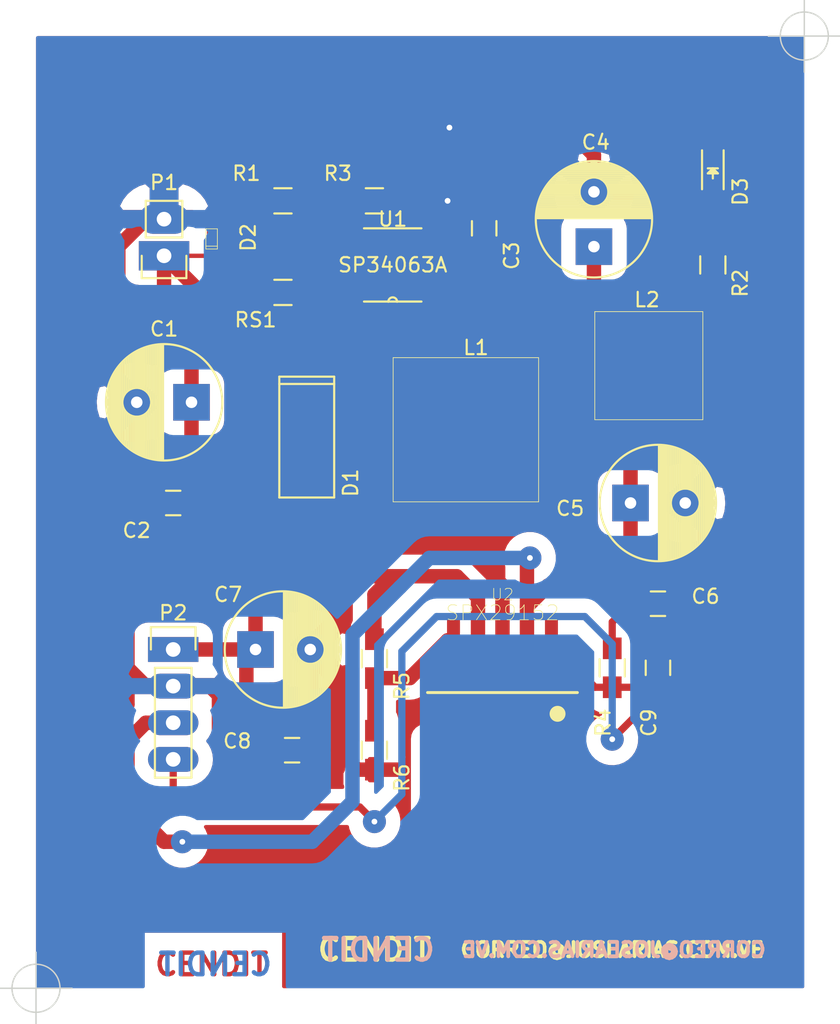
<source format=kicad_pcb>
(kicad_pcb (version 4) (host pcbnew 4.0.6-e0-6349~53~ubuntu14.04.1)
  (title_block (title "Etapa salida fuente conmutada + regulador LDO") (date 2017-12-05) (rev "Rev 1.0") (company CENDIT) (comment 1 correo@josearias.com.ve) (comment 2 "Jose Arias"))
  (layers (0 F.Cu signal) (31 B.Cu signal) (34 B.Paste user) (35 F.Paste user) (36 B.SilkS user) (37 F.SilkS user) (38 B.Mask user) (39 F.Mask user) (44 Edge.Cuts user))
  (net 0 "")
  (net 1 GNDPWR)
  (net 2 /ENABLE)
  (net 3 "Net-(RS1-Pad1)")
  (net 4 "Net-(D1-Pad1)")
  (net 5 "Net-(C3-Pad1)")
  (net 6 "Net-(C4-Pad1)")
  (net 7 "Net-(D3-Pad2)")
  (net 8 "Net-(R1-Pad2)")
  (net 9 "Net-(R5-Pad1)")
  (net 10 VIN)
  (net 11 VREG)
  (net 12 VOUT)
  (module Pin_Headers:Pin_Header_Straight_1x02 (layer F.Cu) (at 123.19 81.28 180)
    (fp_text reference P1 (at 0 5.08 180) (layer F.SilkS))
    (fp_text value PWR_IN_2P)
    (fp_line (start 1.27 1.27) (end 1.27 3.81) (layer F.SilkS) (width 0.15))
    (fp_line (start 1.55 -1.55) (end 1.55 0) (layer F.SilkS) (width 0.15))
    (fp_line (start 1.27 1.27) (end -1.27 1.27) (layer F.SilkS) (width 0.15))
    (fp_line (start -1.55 0) (end -1.55 -1.55) (layer F.SilkS) (width 0.15))
    (fp_line (start -1.55 -1.55) (end 1.55 -1.55) (layer F.SilkS) (width 0.15))
    (fp_line (start -1.27 1.27) (end -1.27 3.81) (layer F.SilkS) (width 0.15))
    (fp_line (start -1.27 3.81) (end 1.27 3.81) (layer F.SilkS) (width 0.15))
    (pad 1 thru_hole rect (at 0 0 180) (size 3.5 2.032) (drill 1.016) (layers *.Cu *.Mask) (net 10 VIN))
    (pad 2 thru_hole oval (at 0 2.54 180) (size 3.5 2.032) (drill 1.016) (layers *.Cu *.Mask) (net 1 GNDPWR))
  )
  (module Pin_Headers:Pin_Header_Straight_1x04 (layer F.Cu) (at 123.825 108.585)
    (fp_text reference P2 (at 0 -2.54) (layer F.SilkS))
    (fp_text value PWR_OUT_4P)
    (fp_line (start -1.27 1.27) (end -1.27 8.89) (layer F.SilkS) (width 0.15))
    (fp_line (start 1.27 1.27) (end 1.27 8.89) (layer F.SilkS) (width 0.15))
    (fp_line (start 1.55 -1.55) (end 1.55 0) (layer F.SilkS) (width 0.15))
    (fp_line (start -1.27 8.89) (end 1.27 8.89) (layer F.SilkS) (width 0.15))
    (fp_line (start 1.27 1.27) (end -1.27 1.27) (layer F.SilkS) (width 0.15))
    (fp_line (start -1.55 0) (end -1.55 -1.55) (layer F.SilkS) (width 0.15))
    (fp_line (start -1.55 -1.55) (end 1.55 -1.55) (layer F.SilkS) (width 0.15))
    (pad 1 thru_hole rect (at 0 0) (size 3.5 1.7272) (drill 1.016) (layers *.Cu *.Mask) (net 12 VOUT))
    (pad 2 thru_hole oval (at 0 2.54) (size 3.5 1.7272) (drill 1.016) (layers *.Cu *.Mask) (net 1 GNDPWR))
    (pad 3 thru_hole oval (at 0 5.08) (size 3.5 1.7272) (drill 1.016) (layers *.Cu *.Mask) (net 11 VREG))
    (pad 4 thru_hole oval (at 0 7.62) (size 3.5 1.7272) (drill 1.016) (layers *.Cu *.Mask) (net 2 /ENABLE))
  )
  (module Resistors_SMD:R_0805_HandSoldering (layer F.Cu) (at 131.445 83.82 180)
    (fp_text reference RS1 (at 1.905 -1.905 180) (layer F.SilkS))
    (fp_text value 0.20)
    (fp_line (start 0.6 0.875) (end -0.6 0.875) (layer F.SilkS) (width 0.15))
    (fp_line (start -0.6 -0.875) (end 0.6 -0.875) (layer F.SilkS) (width 0.15))
    (pad 1 smd rect (at -1.35 0 180) (size 1.5 1.3) (layers F.Cu F.Paste F.Mask) (net 3 "Net-(RS1-Pad1)"))
    (pad 2 smd rect (at 1.35 0 180) (size 1.5 1.3) (layers F.Cu F.Paste F.Mask) (net 10 VIN))
  )
  (module CenditFootprints2:DST5100S-TO-277B (layer F.Cu) (at 131.445 97.79 90)
    (fp_text reference D1 (at 0.762 4.699 90) (layer F.SilkS))
    (fp_text value DST5100S)
    (fp_line (start 7.62 -0.254) (end 7.62 3.556) (layer F.SilkS) (width 0.15))
    (fp_line (start -0.254 -0.254) (end -0.254 3.556) (layer F.SilkS) (width 0.15))
    (fp_line (start -0.254 3.556) (end 8.128 3.556) (layer F.SilkS) (width 0.15))
    (fp_line (start 8.128 3.556) (end 8.128 -0.254) (layer F.SilkS) (width 0.15))
    (fp_line (start 8.128 -0.254) (end -0.254 -0.254) (layer F.SilkS) (width 0.15))
    (pad 2 connect rect (at 0.5 0.475 90) (size 1 0.95) (layers F.Cu F.Mask) (net 1 GNDPWR))
    (pad 2 connect rect (at 0.5 2.725 90) (size 1 0.95) (layers F.Cu F.Mask) (net 1 GNDPWR))
    (pad 1 connect rect (at 4.85 1.6 90) (size 4.9 3.2) (layers F.Cu F.Mask) (net 4 "Net-(D1-Pad1)"))
  )
  (module CenditFootprints2:C_Radial_D8_L13_P3.8 (layer F.Cu) (at 125.095 91.44 180)
    (fp_text reference C1 (at 1.905 5.08 180) (layer F.SilkS))
    (fp_text value 100uF@50V)
    (fp_line (start 1.975 -3.999) (end 1.975 3.999) (layer F.SilkS) (width 0.15))
    (fp_line (start 2.115 -3.994) (end 2.115 3.994) (layer F.SilkS) (width 0.15))
    (fp_line (start 2.255 -3.984) (end 2.255 3.984) (layer F.SilkS) (width 0.15))
    (fp_line (start 2.395 -3.969) (end 2.395 3.969) (layer F.SilkS) (width 0.15))
    (fp_line (start 2.535 -3.949) (end 2.535 3.949) (layer F.SilkS) (width 0.15))
    (fp_line (start 2.675 -3.924) (end 2.675 3.924) (layer F.SilkS) (width 0.15))
    (fp_line (start 2.815 -3.894) (end 2.815 -0.173) (layer F.SilkS) (width 0.15))
    (fp_line (start 2.815 0.173) (end 2.815 3.894) (layer F.SilkS) (width 0.15))
    (fp_line (start 2.955 -3.858) (end 2.955 -0.535) (layer F.SilkS) (width 0.15))
    (fp_line (start 2.955 0.535) (end 2.955 3.858) (layer F.SilkS) (width 0.15))
    (fp_line (start 3.095 -3.817) (end 3.095 -0.709) (layer F.SilkS) (width 0.15))
    (fp_line (start 3.095 0.709) (end 3.095 3.817) (layer F.SilkS) (width 0.15))
    (fp_line (start 3.235 -3.771) (end 3.235 -0.825) (layer F.SilkS) (width 0.15))
    (fp_line (start 3.235 0.825) (end 3.235 3.771) (layer F.SilkS) (width 0.15))
    (fp_line (start 3.375 -3.718) (end 3.375 -0.905) (layer F.SilkS) (width 0.15))
    (fp_line (start 3.375 0.905) (end 3.375 3.718) (layer F.SilkS) (width 0.15))
    (fp_line (start 3.515 -3.659) (end 3.515 -0.959) (layer F.SilkS) (width 0.15))
    (fp_line (start 3.515 0.959) (end 3.515 3.659) (layer F.SilkS) (width 0.15))
    (fp_line (start 3.655 -3.594) (end 3.655 -0.989) (layer F.SilkS) (width 0.15))
    (fp_line (start 3.655 0.989) (end 3.655 3.594) (layer F.SilkS) (width 0.15))
    (fp_line (start 3.795 -3.523) (end 3.795 -1) (layer F.SilkS) (width 0.15))
    (fp_line (start 3.795 1) (end 3.795 3.523) (layer F.SilkS) (width 0.15))
    (fp_line (start 3.935 -3.444) (end 3.935 -0.991) (layer F.SilkS) (width 0.15))
    (fp_line (start 3.935 0.991) (end 3.935 3.444) (layer F.SilkS) (width 0.15))
    (fp_line (start 4.075 -3.357) (end 4.075 -0.961) (layer F.SilkS) (width 0.15))
    (fp_line (start 4.075 0.961) (end 4.075 3.357) (layer F.SilkS) (width 0.15))
    (fp_line (start 4.215 -3.262) (end 4.215 -0.91) (layer F.SilkS) (width 0.15))
    (fp_line (start 4.215 0.91) (end 4.215 3.262) (layer F.SilkS) (width 0.15))
    (fp_line (start 4.355 -3.158) (end 4.355 -0.832) (layer F.SilkS) (width 0.15))
    (fp_line (start 4.355 0.832) (end 4.355 3.158) (layer F.SilkS) (width 0.15))
    (fp_line (start 4.495 -3.044) (end 4.495 -0.719) (layer F.SilkS) (width 0.15))
    (fp_line (start 4.495 0.719) (end 4.495 3.044) (layer F.SilkS) (width 0.15))
    (fp_line (start 4.635 -2.919) (end 4.635 -0.55) (layer F.SilkS) (width 0.15))
    (fp_line (start 4.635 0.55) (end 4.635 2.919) (layer F.SilkS) (width 0.15))
    (fp_line (start 4.775 -2.781) (end 4.775 -0.222) (layer F.SilkS) (width 0.15))
    (fp_line (start 4.775 0.222) (end 4.775 2.781) (layer F.SilkS) (width 0.15))
    (fp_line (start 4.915 -2.629) (end 4.915 2.629) (layer F.SilkS) (width 0.15))
    (fp_line (start 5.055 -2.459) (end 5.055 2.459) (layer F.SilkS) (width 0.15))
    (fp_line (start 5.195 -2.268) (end 5.195 2.268) (layer F.SilkS) (width 0.15))
    (fp_line (start 5.335 -2.05) (end 5.335 2.05) (layer F.SilkS) (width 0.15))
    (fp_line (start 5.475 -1.794) (end 5.475 1.794) (layer F.SilkS) (width 0.15))
    (fp_line (start 5.615 -1.483) (end 5.615 1.483) (layer F.SilkS) (width 0.15))
    (fp_line (start 5.755 -1.067) (end 5.755 1.067) (layer F.SilkS) (width 0.15))
    (fp_line (start 5.895 -0.2) (end 5.895 0.2) (layer F.SilkS) (width 0.15))
    (fp_circle (center 3.8 0) (end 3.8 -1) (layer F.SilkS) (width 0.15))
    (fp_circle (center 1.9 0) (end 1.9 -4.0375) (layer F.SilkS) (width 0.15))
    (pad 1 thru_hole rect (at 0 0 180) (size 2.54 2.54) (drill 0.8) (layers *.Cu *.Mask) (net 10 VIN))
    (pad 2 thru_hole circle (at 3.8 0 180) (size 2.54 2.54) (drill 0.8) (layers *.Cu *.Mask) (net 1 GNDPWR))
  )
  (module Capacitors_SMD:C_0805_HandSoldering (layer F.Cu) (at 123.825 98.425 180)
    (fp_text reference C2 (at 2.54 -1.905 180) (layer F.SilkS))
    (fp_text value 100nF)
    (fp_line (start 0.5 -0.85) (end -0.5 -0.85) (layer F.SilkS) (width 0.15))
    (fp_line (start -0.5 0.85) (end 0.5 0.85) (layer F.SilkS) (width 0.15))
    (pad 1 smd rect (at -1.25 0 180) (size 1.5 1.25) (layers F.Cu F.Paste F.Mask) (net 10 VIN))
    (pad 2 smd rect (at 1.25 0 180) (size 1.5 1.25) (layers F.Cu F.Paste F.Mask) (net 1 GNDPWR))
  )
  (module Capacitors_SMD:C_0805_HandSoldering (layer F.Cu) (at 145.415 79.375 90)
    (fp_text reference C3 (at -1.905 1.905 90) (layer F.SilkS))
    (fp_text value 0.3nF)
    (fp_line (start 0.5 -0.85) (end -0.5 -0.85) (layer F.SilkS) (width 0.15))
    (fp_line (start -0.5 0.85) (end 0.5 0.85) (layer F.SilkS) (width 0.15))
    (pad 1 smd rect (at -1.25 0 90) (size 1.5 1.25) (layers F.Cu F.Paste F.Mask) (net 5 "Net-(C3-Pad1)"))
    (pad 2 smd rect (at 1.25 0 90) (size 1.5 1.25) (layers F.Cu F.Paste F.Mask) (net 1 GNDPWR))
  )
  (module CenditFootprints2:C_Radial_D8_L13_P3.8 (layer F.Cu) (at 153.035 80.645 90)
    (fp_text reference C4 (at 7.239 0.127 180) (layer F.SilkS))
    (fp_text value 470uF@10V)
    (fp_line (start 1.975 -3.999) (end 1.975 3.999) (layer F.SilkS) (width 0.15))
    (fp_line (start 2.115 -3.994) (end 2.115 3.994) (layer F.SilkS) (width 0.15))
    (fp_line (start 2.255 -3.984) (end 2.255 3.984) (layer F.SilkS) (width 0.15))
    (fp_line (start 2.395 -3.969) (end 2.395 3.969) (layer F.SilkS) (width 0.15))
    (fp_line (start 2.535 -3.949) (end 2.535 3.949) (layer F.SilkS) (width 0.15))
    (fp_line (start 2.675 -3.924) (end 2.675 3.924) (layer F.SilkS) (width 0.15))
    (fp_line (start 2.815 -3.894) (end 2.815 -0.173) (layer F.SilkS) (width 0.15))
    (fp_line (start 2.815 0.173) (end 2.815 3.894) (layer F.SilkS) (width 0.15))
    (fp_line (start 2.955 -3.858) (end 2.955 -0.535) (layer F.SilkS) (width 0.15))
    (fp_line (start 2.955 0.535) (end 2.955 3.858) (layer F.SilkS) (width 0.15))
    (fp_line (start 3.095 -3.817) (end 3.095 -0.709) (layer F.SilkS) (width 0.15))
    (fp_line (start 3.095 0.709) (end 3.095 3.817) (layer F.SilkS) (width 0.15))
    (fp_line (start 3.235 -3.771) (end 3.235 -0.825) (layer F.SilkS) (width 0.15))
    (fp_line (start 3.235 0.825) (end 3.235 3.771) (layer F.SilkS) (width 0.15))
    (fp_line (start 3.375 -3.718) (end 3.375 -0.905) (layer F.SilkS) (width 0.15))
    (fp_line (start 3.375 0.905) (end 3.375 3.718) (layer F.SilkS) (width 0.15))
    (fp_line (start 3.515 -3.659) (end 3.515 -0.959) (layer F.SilkS) (width 0.15))
    (fp_line (start 3.515 0.959) (end 3.515 3.659) (layer F.SilkS) (width 0.15))
    (fp_line (start 3.655 -3.594) (end 3.655 -0.989) (layer F.SilkS) (width 0.15))
    (fp_line (start 3.655 0.989) (end 3.655 3.594) (layer F.SilkS) (width 0.15))
    (fp_line (start 3.795 -3.523) (end 3.795 -1) (layer F.SilkS) (width 0.15))
    (fp_line (start 3.795 1) (end 3.795 3.523) (layer F.SilkS) (width 0.15))
    (fp_line (start 3.935 -3.444) (end 3.935 -0.991) (layer F.SilkS) (width 0.15))
    (fp_line (start 3.935 0.991) (end 3.935 3.444) (layer F.SilkS) (width 0.15))
    (fp_line (start 4.075 -3.357) (end 4.075 -0.961) (layer F.SilkS) (width 0.15))
    (fp_line (start 4.075 0.961) (end 4.075 3.357) (layer F.SilkS) (width 0.15))
    (fp_line (start 4.215 -3.262) (end 4.215 -0.91) (layer F.SilkS) (width 0.15))
    (fp_line (start 4.215 0.91) (end 4.215 3.262) (layer F.SilkS) (width 0.15))
    (fp_line (start 4.355 -3.158) (end 4.355 -0.832) (layer F.SilkS) (width 0.15))
    (fp_line (start 4.355 0.832) (end 4.355 3.158) (layer F.SilkS) (width 0.15))
    (fp_line (start 4.495 -3.044) (end 4.495 -0.719) (layer F.SilkS) (width 0.15))
    (fp_line (start 4.495 0.719) (end 4.495 3.044) (layer F.SilkS) (width 0.15))
    (fp_line (start 4.635 -2.919) (end 4.635 -0.55) (layer F.SilkS) (width 0.15))
    (fp_line (start 4.635 0.55) (end 4.635 2.919) (layer F.SilkS) (width 0.15))
    (fp_line (start 4.775 -2.781) (end 4.775 -0.222) (layer F.SilkS) (width 0.15))
    (fp_line (start 4.775 0.222) (end 4.775 2.781) (layer F.SilkS) (width 0.15))
    (fp_line (start 4.915 -2.629) (end 4.915 2.629) (layer F.SilkS) (width 0.15))
    (fp_line (start 5.055 -2.459) (end 5.055 2.459) (layer F.SilkS) (width 0.15))
    (fp_line (start 5.195 -2.268) (end 5.195 2.268) (layer F.SilkS) (width 0.15))
    (fp_line (start 5.335 -2.05) (end 5.335 2.05) (layer F.SilkS) (width 0.15))
    (fp_line (start 5.475 -1.794) (end 5.475 1.794) (layer F.SilkS) (width 0.15))
    (fp_line (start 5.615 -1.483) (end 5.615 1.483) (layer F.SilkS) (width 0.15))
    (fp_line (start 5.755 -1.067) (end 5.755 1.067) (layer F.SilkS) (width 0.15))
    (fp_line (start 5.895 -0.2) (end 5.895 0.2) (layer F.SilkS) (width 0.15))
    (fp_circle (center 3.8 0) (end 3.8 -1) (layer F.SilkS) (width 0.15))
    (fp_circle (center 1.9 0) (end 1.9 -4.0375) (layer F.SilkS) (width 0.15))
    (pad 1 thru_hole rect (at 0 0 90) (size 2.54 2.54) (drill 0.8) (layers *.Cu *.Mask) (net 6 "Net-(C4-Pad1)"))
    (pad 2 thru_hole circle (at 3.8 0 90) (size 2.54 2.54) (drill 0.8) (layers *.Cu *.Mask) (net 1 GNDPWR))
  )
  (module CenditFootprints2:C_Radial_D8_L13_P3.8 (layer F.Cu) (at 155.575 98.425)
    (fp_text reference C5 (at -4.191 0.381) (layer F.SilkS))
    (fp_text value 100uF@10V)
    (fp_line (start 1.975 -3.999) (end 1.975 3.999) (layer F.SilkS) (width 0.15))
    (fp_line (start 2.115 -3.994) (end 2.115 3.994) (layer F.SilkS) (width 0.15))
    (fp_line (start 2.255 -3.984) (end 2.255 3.984) (layer F.SilkS) (width 0.15))
    (fp_line (start 2.395 -3.969) (end 2.395 3.969) (layer F.SilkS) (width 0.15))
    (fp_line (start 2.535 -3.949) (end 2.535 3.949) (layer F.SilkS) (width 0.15))
    (fp_line (start 2.675 -3.924) (end 2.675 3.924) (layer F.SilkS) (width 0.15))
    (fp_line (start 2.815 -3.894) (end 2.815 -0.173) (layer F.SilkS) (width 0.15))
    (fp_line (start 2.815 0.173) (end 2.815 3.894) (layer F.SilkS) (width 0.15))
    (fp_line (start 2.955 -3.858) (end 2.955 -0.535) (layer F.SilkS) (width 0.15))
    (fp_line (start 2.955 0.535) (end 2.955 3.858) (layer F.SilkS) (width 0.15))
    (fp_line (start 3.095 -3.817) (end 3.095 -0.709) (layer F.SilkS) (width 0.15))
    (fp_line (start 3.095 0.709) (end 3.095 3.817) (layer F.SilkS) (width 0.15))
    (fp_line (start 3.235 -3.771) (end 3.235 -0.825) (layer F.SilkS) (width 0.15))
    (fp_line (start 3.235 0.825) (end 3.235 3.771) (layer F.SilkS) (width 0.15))
    (fp_line (start 3.375 -3.718) (end 3.375 -0.905) (layer F.SilkS) (width 0.15))
    (fp_line (start 3.375 0.905) (end 3.375 3.718) (layer F.SilkS) (width 0.15))
    (fp_line (start 3.515 -3.659) (end 3.515 -0.959) (layer F.SilkS) (width 0.15))
    (fp_line (start 3.515 0.959) (end 3.515 3.659) (layer F.SilkS) (width 0.15))
    (fp_line (start 3.655 -3.594) (end 3.655 -0.989) (layer F.SilkS) (width 0.15))
    (fp_line (start 3.655 0.989) (end 3.655 3.594) (layer F.SilkS) (width 0.15))
    (fp_line (start 3.795 -3.523) (end 3.795 -1) (layer F.SilkS) (width 0.15))
    (fp_line (start 3.795 1) (end 3.795 3.523) (layer F.SilkS) (width 0.15))
    (fp_line (start 3.935 -3.444) (end 3.935 -0.991) (layer F.SilkS) (width 0.15))
    (fp_line (start 3.935 0.991) (end 3.935 3.444) (layer F.SilkS) (width 0.15))
    (fp_line (start 4.075 -3.357) (end 4.075 -0.961) (layer F.SilkS) (width 0.15))
    (fp_line (start 4.075 0.961) (end 4.075 3.357) (layer F.SilkS) (width 0.15))
    (fp_line (start 4.215 -3.262) (end 4.215 -0.91) (layer F.SilkS) (width 0.15))
    (fp_line (start 4.215 0.91) (end 4.215 3.262) (layer F.SilkS) (width 0.15))
    (fp_line (start 4.355 -3.158) (end 4.355 -0.832) (layer F.SilkS) (width 0.15))
    (fp_line (start 4.355 0.832) (end 4.355 3.158) (layer F.SilkS) (width 0.15))
    (fp_line (start 4.495 -3.044) (end 4.495 -0.719) (layer F.SilkS) (width 0.15))
    (fp_line (start 4.495 0.719) (end 4.495 3.044) (layer F.SilkS) (width 0.15))
    (fp_line (start 4.635 -2.919) (end 4.635 -0.55) (layer F.SilkS) (width 0.15))
    (fp_line (start 4.635 0.55) (end 4.635 2.919) (layer F.SilkS) (width 0.15))
    (fp_line (start 4.775 -2.781) (end 4.775 -0.222) (layer F.SilkS) (width 0.15))
    (fp_line (start 4.775 0.222) (end 4.775 2.781) (layer F.SilkS) (width 0.15))
    (fp_line (start 4.915 -2.629) (end 4.915 2.629) (layer F.SilkS) (width 0.15))
    (fp_line (start 5.055 -2.459) (end 5.055 2.459) (layer F.SilkS) (width 0.15))
    (fp_line (start 5.195 -2.268) (end 5.195 2.268) (layer F.SilkS) (width 0.15))
    (fp_line (start 5.335 -2.05) (end 5.335 2.05) (layer F.SilkS) (width 0.15))
    (fp_line (start 5.475 -1.794) (end 5.475 1.794) (layer F.SilkS) (width 0.15))
    (fp_line (start 5.615 -1.483) (end 5.615 1.483) (layer F.SilkS) (width 0.15))
    (fp_line (start 5.755 -1.067) (end 5.755 1.067) (layer F.SilkS) (width 0.15))
    (fp_line (start 5.895 -0.2) (end 5.895 0.2) (layer F.SilkS) (width 0.15))
    (fp_circle (center 3.8 0) (end 3.8 -1) (layer F.SilkS) (width 0.15))
    (fp_circle (center 1.9 0) (end 1.9 -4.0375) (layer F.SilkS) (width 0.15))
    (pad 1 thru_hole rect (at 0 0) (size 2.54 2.54) (drill 0.8) (layers *.Cu *.Mask) (net 11 VREG))
    (pad 2 thru_hole circle (at 3.8 0) (size 2.54 2.54) (drill 0.8) (layers *.Cu *.Mask) (net 1 GNDPWR))
  )
  (module Capacitors_SMD:C_0805_HandSoldering (layer F.Cu) (at 157.48 105.41)
    (fp_text reference C6 (at 3.302 -0.508 180) (layer F.SilkS))
    (fp_text value 100nF)
    (fp_line (start 0.5 -0.85) (end -0.5 -0.85) (layer F.SilkS) (width 0.15))
    (fp_line (start -0.5 0.85) (end 0.5 0.85) (layer F.SilkS) (width 0.15))
    (pad 1 smd rect (at -1.25 0) (size 1.5 1.25) (layers F.Cu F.Paste F.Mask) (net 11 VREG))
    (pad 2 smd rect (at 1.25 0) (size 1.5 1.25) (layers F.Cu F.Paste F.Mask) (net 1 GNDPWR))
  )
  (module CenditFootprints2:C_Radial_D8_L13_P3.8 (layer F.Cu) (at 129.54 108.585)
    (fp_text reference C7 (at -1.905 -3.81) (layer F.SilkS))
    (fp_text value 100uF@10V)
    (fp_line (start 1.975 -3.999) (end 1.975 3.999) (layer F.SilkS) (width 0.15))
    (fp_line (start 2.115 -3.994) (end 2.115 3.994) (layer F.SilkS) (width 0.15))
    (fp_line (start 2.255 -3.984) (end 2.255 3.984) (layer F.SilkS) (width 0.15))
    (fp_line (start 2.395 -3.969) (end 2.395 3.969) (layer F.SilkS) (width 0.15))
    (fp_line (start 2.535 -3.949) (end 2.535 3.949) (layer F.SilkS) (width 0.15))
    (fp_line (start 2.675 -3.924) (end 2.675 3.924) (layer F.SilkS) (width 0.15))
    (fp_line (start 2.815 -3.894) (end 2.815 -0.173) (layer F.SilkS) (width 0.15))
    (fp_line (start 2.815 0.173) (end 2.815 3.894) (layer F.SilkS) (width 0.15))
    (fp_line (start 2.955 -3.858) (end 2.955 -0.535) (layer F.SilkS) (width 0.15))
    (fp_line (start 2.955 0.535) (end 2.955 3.858) (layer F.SilkS) (width 0.15))
    (fp_line (start 3.095 -3.817) (end 3.095 -0.709) (layer F.SilkS) (width 0.15))
    (fp_line (start 3.095 0.709) (end 3.095 3.817) (layer F.SilkS) (width 0.15))
    (fp_line (start 3.235 -3.771) (end 3.235 -0.825) (layer F.SilkS) (width 0.15))
    (fp_line (start 3.235 0.825) (end 3.235 3.771) (layer F.SilkS) (width 0.15))
    (fp_line (start 3.375 -3.718) (end 3.375 -0.905) (layer F.SilkS) (width 0.15))
    (fp_line (start 3.375 0.905) (end 3.375 3.718) (layer F.SilkS) (width 0.15))
    (fp_line (start 3.515 -3.659) (end 3.515 -0.959) (layer F.SilkS) (width 0.15))
    (fp_line (start 3.515 0.959) (end 3.515 3.659) (layer F.SilkS) (width 0.15))
    (fp_line (start 3.655 -3.594) (end 3.655 -0.989) (layer F.SilkS) (width 0.15))
    (fp_line (start 3.655 0.989) (end 3.655 3.594) (layer F.SilkS) (width 0.15))
    (fp_line (start 3.795 -3.523) (end 3.795 -1) (layer F.SilkS) (width 0.15))
    (fp_line (start 3.795 1) (end 3.795 3.523) (layer F.SilkS) (width 0.15))
    (fp_line (start 3.935 -3.444) (end 3.935 -0.991) (layer F.SilkS) (width 0.15))
    (fp_line (start 3.935 0.991) (end 3.935 3.444) (layer F.SilkS) (width 0.15))
    (fp_line (start 4.075 -3.357) (end 4.075 -0.961) (layer F.SilkS) (width 0.15))
    (fp_line (start 4.075 0.961) (end 4.075 3.357) (layer F.SilkS) (width 0.15))
    (fp_line (start 4.215 -3.262) (end 4.215 -0.91) (layer F.SilkS) (width 0.15))
    (fp_line (start 4.215 0.91) (end 4.215 3.262) (layer F.SilkS) (width 0.15))
    (fp_line (start 4.355 -3.158) (end 4.355 -0.832) (layer F.SilkS) (width 0.15))
    (fp_line (start 4.355 0.832) (end 4.355 3.158) (layer F.SilkS) (width 0.15))
    (fp_line (start 4.495 -3.044) (end 4.495 -0.719) (layer F.SilkS) (width 0.15))
    (fp_line (start 4.495 0.719) (end 4.495 3.044) (layer F.SilkS) (width 0.15))
    (fp_line (start 4.635 -2.919) (end 4.635 -0.55) (layer F.SilkS) (width 0.15))
    (fp_line (start 4.635 0.55) (end 4.635 2.919) (layer F.SilkS) (width 0.15))
    (fp_line (start 4.775 -2.781) (end 4.775 -0.222) (layer F.SilkS) (width 0.15))
    (fp_line (start 4.775 0.222) (end 4.775 2.781) (layer F.SilkS) (width 0.15))
    (fp_line (start 4.915 -2.629) (end 4.915 2.629) (layer F.SilkS) (width 0.15))
    (fp_line (start 5.055 -2.459) (end 5.055 2.459) (layer F.SilkS) (width 0.15))
    (fp_line (start 5.195 -2.268) (end 5.195 2.268) (layer F.SilkS) (width 0.15))
    (fp_line (start 5.335 -2.05) (end 5.335 2.05) (layer F.SilkS) (width 0.15))
    (fp_line (start 5.475 -1.794) (end 5.475 1.794) (layer F.SilkS) (width 0.15))
    (fp_line (start 5.615 -1.483) (end 5.615 1.483) (layer F.SilkS) (width 0.15))
    (fp_line (start 5.755 -1.067) (end 5.755 1.067) (layer F.SilkS) (width 0.15))
    (fp_line (start 5.895 -0.2) (end 5.895 0.2) (layer F.SilkS) (width 0.15))
    (fp_circle (center 3.8 0) (end 3.8 -1) (layer F.SilkS) (width 0.15))
    (fp_circle (center 1.9 0) (end 1.9 -4.0375) (layer F.SilkS) (width 0.15))
    (pad 1 thru_hole rect (at 0 0) (size 2.54 2.54) (drill 0.8) (layers *.Cu *.Mask) (net 12 VOUT))
    (pad 2 thru_hole circle (at 3.8 0) (size 2.54 2.54) (drill 0.8) (layers *.Cu *.Mask) (net 1 GNDPWR))
  )
  (module Capacitors_SMD:C_0805_HandSoldering (layer F.Cu) (at 132.08 115.57)
    (fp_text reference C8 (at -3.81 -0.635) (layer F.SilkS))
    (fp_text value 100nF)
    (fp_line (start 0.5 -0.85) (end -0.5 -0.85) (layer F.SilkS) (width 0.15))
    (fp_line (start -0.5 0.85) (end 0.5 0.85) (layer F.SilkS) (width 0.15))
    (pad 1 smd rect (at -1.25 0) (size 1.5 1.25) (layers F.Cu F.Paste F.Mask) (net 12 VOUT))
    (pad 2 smd rect (at 1.25 0) (size 1.5 1.25) (layers F.Cu F.Paste F.Mask) (net 1 GNDPWR))
  )
  (module Capacitors_SMD:C_0805_HandSoldering (layer F.Cu) (at 157.48 109.855 90)
    (fp_text reference C9 (at -3.81 -0.635 90) (layer F.SilkS))
    (fp_text value 1uF)
    (fp_line (start 0.5 -0.85) (end -0.5 -0.85) (layer F.SilkS) (width 0.15))
    (fp_line (start -0.5 0.85) (end 0.5 0.85) (layer F.SilkS) (width 0.15))
    (pad 1 smd rect (at -1.25 0 90) (size 1.5 1.25) (layers F.Cu F.Paste F.Mask) (net 2 /ENABLE))
    (pad 2 smd rect (at 1.25 0 90) (size 1.5 1.25) (layers F.Cu F.Paste F.Mask) (net 1 GNDPWR))
  )
  (module CenditFootprints2:SPHV24-SOD882 (layer F.Cu) (at 126.492 80.01 270)
    (fp_text reference D2 (at 0 -2.54 270) (layer F.SilkS))
    (fp_text value SPHV24-01ETG)
    (fp_line (start 0.6 -0.4) (end 0.6 0.4) (layer F.SilkS) (width 0.05))
    (fp_line (start 0.6 0.4) (end 0.8 0.4) (layer F.SilkS) (width 0.05))
    (fp_line (start 0.8 0.4) (end 0.8 -0.4) (layer F.SilkS) (width 0.05))
    (fp_line (start 0.8 -0.4) (end -0.6 -0.4) (layer F.SilkS) (width 0.05))
    (fp_line (start -0.6 -0.4) (end -0.6 0.4) (layer F.SilkS) (width 0.05))
    (fp_line (start -0.6 0.4) (end 0.6 0.4) (layer F.SilkS) (width 0.05))
    (pad 1 smd rect (at 0.325 0 270) (size 0.325 0.65) (layers F.Cu F.Paste F.Mask) (net 10 VIN))
    (pad 2 smd rect (at -0.325 0 270) (size 0.325 0.65) (layers F.Cu F.Paste F.Mask) (net 1 GNDPWR))
  )
  (module LEDs:LED_0805 (layer F.Cu) (at 161.29 75.565 270)
    (fp_text reference D3 (at 1.27 -1.905 270) (layer F.SilkS))
    (fp_text value LED)
    (fp_line (start -1.6 0.75) (end 1.1 0.75) (layer F.SilkS) (width 0.15))
    (fp_line (start -1.6 -0.75) (end 1.1 -0.75) (layer F.SilkS) (width 0.15))
    (fp_line (start -0.1 0.15) (end -0.1 -0.1) (layer F.SilkS) (width 0.15))
    (fp_line (start -0.1 -0.1) (end -0.25 0.05) (layer F.SilkS) (width 0.15))
    (fp_line (start -0.35 -0.35) (end -0.35 0.35) (layer F.SilkS) (width 0.15))
    (fp_line (start 0 0) (end 0.35 0) (layer F.SilkS) (width 0.15))
    (fp_line (start -0.35 0) (end 0 -0.35) (layer F.SilkS) (width 0.15))
    (fp_line (start 0 -0.35) (end 0 0.35) (layer F.SilkS) (width 0.15))
    (fp_line (start 0 0.35) (end -0.35 0) (layer F.SilkS) (width 0.15))
    (pad 2 smd rect (at 1.04902 0 90) (size 1.19888 1.19888) (layers F.Cu F.Paste F.Mask) (net 7 "Net-(D3-Pad2)"))
    (pad 1 smd rect (at -1.04902 0 90) (size 1.19888 1.19888) (layers F.Cu F.Paste F.Mask) (net 1 GNDPWR))
  )
  (module Resistors_SMD:R_0805_HandSoldering (layer F.Cu) (at 131.445 77.47 180)
    (fp_text reference R1 (at 2.54 1.905 180) (layer F.SilkS))
    (fp_text value 2.0k)
    (fp_line (start 0.6 0.875) (end -0.6 0.875) (layer F.SilkS) (width 0.15))
    (fp_line (start -0.6 -0.875) (end 0.6 -0.875) (layer F.SilkS) (width 0.15))
    (pad 1 smd rect (at -1.35 0 180) (size 1.5 1.3) (layers F.Cu F.Paste F.Mask) (net 6 "Net-(C4-Pad1)"))
    (pad 2 smd rect (at 1.35 0 180) (size 1.5 1.3) (layers F.Cu F.Paste F.Mask) (net 8 "Net-(R1-Pad2)"))
  )
  (module Resistors_SMD:R_0805_HandSoldering (layer F.Cu) (at 161.29 81.915 90)
    (fp_text reference R2 (at -1.27 1.905 90) (layer F.SilkS))
    (fp_text value 330)
    (fp_line (start 0.6 0.875) (end -0.6 0.875) (layer F.SilkS) (width 0.15))
    (fp_line (start -0.6 -0.875) (end 0.6 -0.875) (layer F.SilkS) (width 0.15))
    (pad 1 smd rect (at -1.35 0 90) (size 1.5 1.3) (layers F.Cu F.Paste F.Mask) (net 11 VREG))
    (pad 2 smd rect (at 1.35 0 90) (size 1.5 1.3) (layers F.Cu F.Paste F.Mask) (net 7 "Net-(D3-Pad2)"))
  )
  (module Resistors_SMD:R_0805_HandSoldering (layer F.Cu) (at 137.795 77.47 180)
    (fp_text reference R3 (at 2.54 1.905 180) (layer F.SilkS))
    (fp_text value 1.0k)
    (fp_line (start 0.6 0.875) (end -0.6 0.875) (layer F.SilkS) (width 0.15))
    (fp_line (start -0.6 -0.875) (end 0.6 -0.875) (layer F.SilkS) (width 0.15))
    (pad 1 smd rect (at -1.35 0 180) (size 1.5 1.3) (layers F.Cu F.Paste F.Mask) (net 1 GNDPWR))
    (pad 2 smd rect (at 1.35 0 180) (size 1.5 1.3) (layers F.Cu F.Paste F.Mask) (net 8 "Net-(R1-Pad2)"))
  )
  (module Resistors_SMD:R_0805_HandSoldering (layer F.Cu) (at 154.305 109.855 90)
    (fp_text reference R4 (at -3.81 -0.635 90) (layer F.SilkS))
    (fp_text value 10k)
    (fp_line (start 0.6 0.875) (end -0.6 0.875) (layer F.SilkS) (width 0.15))
    (fp_line (start -0.6 -0.875) (end 0.6 -0.875) (layer F.SilkS) (width 0.15))
    (pad 1 smd rect (at -1.35 0 90) (size 1.5 1.3) (layers F.Cu F.Paste F.Mask) (net 2 /ENABLE))
    (pad 2 smd rect (at 1.35 0 90) (size 1.5 1.3) (layers F.Cu F.Paste F.Mask) (net 11 VREG))
  )
  (module Resistors_SMD:R_0805_HandSoldering (layer F.Cu) (at 137.795 109.22 90)
    (fp_text reference R5 (at -1.905 1.905 90) (layer F.SilkS))
    (fp_text value 4.3k)
    (fp_line (start 0.6 0.875) (end -0.6 0.875) (layer F.SilkS) (width 0.15))
    (fp_line (start -0.6 -0.875) (end 0.6 -0.875) (layer F.SilkS) (width 0.15))
    (pad 1 smd rect (at -1.35 0 90) (size 1.5 1.3) (layers F.Cu F.Paste F.Mask) (net 9 "Net-(R5-Pad1)"))
    (pad 2 smd rect (at 1.35 0 90) (size 1.5 1.3) (layers F.Cu F.Paste F.Mask) (net 12 VOUT))
  )
  (module Resistors_SMD:R_0805_HandSoldering (layer F.Cu) (at 137.795 115.57 90)
    (fp_text reference R6 (at -1.905 1.905 90) (layer F.SilkS))
    (fp_text value 3.0k)
    (fp_line (start 0.6 0.875) (end -0.6 0.875) (layer F.SilkS) (width 0.15))
    (fp_line (start -0.6 -0.875) (end 0.6 -0.875) (layer F.SilkS) (width 0.15))
    (pad 1 smd rect (at -1.35 0 90) (size 1.5 1.3) (layers F.Cu F.Paste F.Mask) (net 1 GNDPWR))
    (pad 2 smd rect (at 1.35 0 90) (size 1.5 1.3) (layers F.Cu F.Paste F.Mask) (net 9 "Net-(R5-Pad1)"))
  )
  (module CenditFootprints2:SP34063AEN-L&slash_TR (layer F.Cu) (at 139.065 81.915 180)
    (fp_text reference U1 (at 0 3.175 180) (layer F.SilkS))
    (fp_text value SP34063A (at 0 0 180) (layer F.SilkS))
    (fp_line (start -1.9939 2.54) (end 1.9939 2.54) (layer F.SilkS) (width 0.1524))
    (fp_line (start 1.9939 -2.54) (end -1.9939 -2.54) (layer F.SilkS) (width 0.1524))
    (fp_arc (start 0 -2.5527) (end 0.3048 -2.5527) (angle 180) (layer F.SilkS) (width 0.1524))
    (pad 1 smd rect (at -2.7051 -1.905 180) (size 1.4986 0.5588) (layers F.Cu) (net 3 "Net-(RS1-Pad1)"))
    (pad 2 smd rect (at -2.7051 -0.635 180) (size 1.4986 0.5588) (layers F.Cu) (net 4 "Net-(D1-Pad1)"))
    (pad 3 smd rect (at -2.7051 0.635 180) (size 1.4986 0.5588) (layers F.Cu) (net 5 "Net-(C3-Pad1)"))
    (pad 4 smd rect (at -2.7051 1.905 180) (size 1.4986 0.5588) (layers F.Cu) (net 1 GNDPWR))
    (pad 5 smd rect (at 2.7051 1.905 180) (size 1.4986 0.5588) (layers F.Cu) (net 8 "Net-(R1-Pad2)"))
    (pad 6 smd rect (at 2.7051 0.635 180) (size 1.4986 0.5588) (layers F.Cu) (net 10 VIN))
    (pad 7 smd rect (at 2.7051 -0.635 180) (size 1.4986 0.5588) (layers F.Cu) (net 3 "Net-(RS1-Pad1)"))
    (pad 8 smd rect (at 2.7051 -1.905 180) (size 1.4986 0.5588) (layers F.Cu) (net 3 "Net-(RS1-Pad1)"))
  )
  (module CenditFootprints2:INDUCTOR_LKS0745 (layer F.Cu) (at 156.845 88.9 180)
    (fp_text reference L2 (at 0.127 4.572 180) (layer F.SilkS))
    (fp_text value 1uH)
    (fp_line (start -3.75 -3.75) (end 3.75 -3.75) (layer F.SilkS) (width 0.05))
    (fp_line (start 3.75 -3.75) (end 3.75 3.75) (layer F.SilkS) (width 0.05))
    (fp_line (start -3.75 3.75) (end 3.75 3.75) (layer F.SilkS) (width 0.05))
    (fp_line (start -3.75 -3.75) (end -3.75 3.75) (layer F.SilkS) (width 0.05))
    (pad 1 smd rect (at 3.75 0 180) (size 2.54 2) (layers F.Cu F.Paste F.Mask) (net 6 "Net-(C4-Pad1)"))
    (pad 2 smd rect (at -3.75 0 180) (size 2.54 2) (layers F.Cu F.Paste F.Mask) (net 11 VREG))
  )
  (module CenditFootprints2:SPX29152T5-TO-263-5 (layer F.Cu) (at 146.685 107.95 180)
    (fp_text reference U2 (at 0 3.175 180) (layer F.SilkS) (effects (font (size 0.8 0.8) (thickness 0.05))))
    (fp_text value SPX29152 (at 0 1.905 180) (layer F.SilkS) (effects (font (size 1.03519 1.03519) (thickness 0.05))))
    (fp_line (start 5.20061 -3.62107) (end -5.19939 -3.62107) (layer F.SilkS) (width 0.2032))
    (fp_circle (center -3.82439 -5.09607) (end -3.27219 -5.09607) (layer F.SilkS) (width 0))
    (pad 1 smd rect (at -3.4 0 180) (size 0.9 3.3) (layers F.Cu F.Paste F.Mask) (net 2 /ENABLE))
    (pad TAB smd rect (at 0 -11.616 180) (size 10.7 9.6) (layers F.Cu F.Paste F.Mask))
    (pad 2 smd rect (at -1.7 0 180) (size 0.9 3.3) (layers F.Cu F.Paste F.Mask) (net 11 VREG))
    (pad 3 smd rect (at 0 0 180) (size 0.9 3.3) (layers F.Cu F.Paste F.Mask) (net 1 GNDPWR))
    (pad 4 smd rect (at 1.7 0 180) (size 0.9 3.3) (layers F.Cu F.Paste F.Mask) (net 12 VOUT))
    (pad 5 smd rect (at 3.4 0 180) (size 0.9 3.3) (layers F.Cu F.Paste F.Mask) (net 9 "Net-(R5-Pad1)"))
    (pad 6 smd rect (at 0.1 -8.3 180) (size 5 3) (layers F.Cu F.Paste F.Mask))
  )
  (module CenditFootprints2:INDUCTOR_LCM1060 (layer F.Cu) (at 144.145 93.345)
    (fp_text reference L1 (at 0.7 -5.7) (layer F.SilkS))
    (fp_text value 220uH)
    (fp_line (start -5.05 -5) (end 5.05 -5) (layer F.SilkS) (width 0.05))
    (fp_line (start 5.05 -5) (end 5.05 5) (layer F.SilkS) (width 0.05))
    (fp_line (start -5.05 5) (end 5.05 5) (layer F.SilkS) (width 0.05))
    (fp_line (start -5.05 5) (end -5.05 -5) (layer F.SilkS) (width 0.05))
    (pad 1 smd rect (at -5.05 0) (size 4 3.33) (layers F.Cu F.Paste F.Mask) (net 4 "Net-(D1-Pad1)"))
    (pad 2 smd rect (at 5.05 0) (size 4 3.33) (layers F.Cu F.Paste F.Mask) (net 6 "Net-(C4-Pad1)"))
  )
  (gr_text CENDIT (at 126.746 130.429) (layer B.Cu) (effects (font (size 1.5 1.5) (thickness 0.3)) (justify mirror)))
  (gr_text CORREO@JOSEARIAS.COM.VE (at 154.432 129.413) (layer B.SilkS) (effects (font (size 1 1) (thickness 0.25)) (justify mirror)))
  (gr_text CORREO@JOSEARIAS.COM.VE (at 154.305 129.413) (layer F.SilkS) (effects (font (size 1 1) (thickness 0.25))))
  (gr_text CENDIT (at 138.049 129.413) (layer B.SilkS) (effects (font (size 1.5 1.5) (thickness 0.3)) (justify mirror)))
  (gr_text CENDIT (at 137.795 129.413) (layer F.SilkS) (effects (font (size 1.5 1.5) (thickness 0.3))))
  (gr_text CENDIT (at 126.492 130.429) (layer F.Cu) (effects (font (size 1.5 1.5) (thickness 0.3))))
  (target plus (at 167.64 66.04) (size 5) (width 0.1) (layer Edge.Cuts))
  (target plus (at 114.3 132.08) (size 5) (width 0.1) (layer Edge.Cuts))
  (segment (start 160.02 125.73) (end 123.825 125.73) (width 1) (layer F.Cu) (net 1))
  (segment (start 120.65 112.395) (end 120.65 109.855) (width 1) (layer F.Cu) (net 1))
  (segment (start 118.745 120.65) (end 123.825 125.73) (width 1) (layer F.Cu) (net 1))
  (segment (start 118.745 114.3) (end 118.745 120.65) (width 1) (layer F.Cu) (net 1))
  (segment (start 120.65 112.395) (end 118.745 114.3) (width 1) (layer F.Cu) (net 1))
  (segment (start 126.492 79.685) (end 126.492 78.994) (width 0.3) (layer F.Cu) (net 1))
  (segment (start 126.238 78.74) (end 123.19 78.74) (width 0.3) (layer F.Cu) (net 1))
  (segment (start 126.492 78.994) (end 126.238 78.74) (width 0.3) (layer F.Cu) (net 1))
  (segment (start 145.415 78.125) (end 146.197 78.125) (width 0.5) (layer F.Cu) (net 1))
  (segment (start 140.081 100.965) (end 139.192 100.965) (width 1) (layer F.Cu) (net 1))
  (segment (start 149.352 87.884) (end 149.352 85.09) (width 1) (layer F.Cu) (net 1))
  (segment (start 147.574 89.662) (end 149.352 87.884) (width 1) (layer F.Cu) (net 1))
  (segment (start 146.558 89.662) (end 147.574 89.662) (width 1) (layer F.Cu) (net 1))
  (segment (start 144.018 92.202) (end 146.558 89.662) (width 1) (layer F.Cu) (net 1))
  (segment (start 144.018 97.028) (end 144.018 92.202) (width 1) (layer F.Cu) (net 1))
  (segment (start 140.081 100.965) (end 144.018 97.028) (width 1) (layer F.Cu) (net 1))
  (segment (start 149.352 84.582) (end 149.352 85.09) (width 0.5) (layer F.Cu) (net 1))
  (segment (start 147.32 82.55) (end 149.352 84.582) (width 0.5) (layer F.Cu) (net 1))
  (segment (start 147.32 79.248) (end 147.32 82.55) (width 0.5) (layer F.Cu) (net 1))
  (segment (start 146.197 78.125) (end 147.32 79.248) (width 0.5) (layer F.Cu) (net 1))
  (segment (start 161.29 74.51598) (end 155.36402 74.51598) (width 0.5) (layer F.Cu) (net 1))
  (segment (start 155.36402 74.51598) (end 153.035 76.845) (width 0.5) (layer F.Cu) (net 1))
  (via (at 143.002 72.39) (size 1.6) (drill 0.4) (layers F.Cu B.Cu) (net 1))
  (via (at 142.875 77.47) (size 1.6) (drill 0.4) (layers F.Cu B.Cu) (net 1))
  (segment (start 142.875 77.47) (end 142.875 72.517) (width 1) (layer B.Cu) (net 1))
  (segment (start 142.875 72.517) (end 143.002 72.39) (width 0.5) (layer B.Cu) (net 1))
  (segment (start 123.19 78.74) (end 123.19 75.565) (width 1) (layer F.Cu) (net 1))
  (segment (start 126.365 72.39) (end 143.002 72.39) (width 1) (layer F.Cu) (net 1))
  (segment (start 123.19 75.565) (end 126.365 72.39) (width 1) (layer F.Cu) (net 1))
  (segment (start 151.13 72.39) (end 153.035 74.295) (width 1) (layer F.Cu) (net 1))
  (segment (start 143.002 72.39) (end 151.13 72.39) (width 1) (layer F.Cu) (net 1))
  (segment (start 153.035 74.295) (end 153.035 76.845) (width 1) (layer F.Cu) (net 1))
  (segment (start 142.875 77.47) (end 144.76 77.47) (width 0.5) (layer F.Cu) (net 1))
  (segment (start 144.76 77.47) (end 145.415 78.125) (width 0.5) (layer F.Cu) (net 1))
  (segment (start 141.7701 80.01) (end 142.24 80.01) (width 0.5) (layer F.Cu) (net 1))
  (segment (start 142.24 80.01) (end 142.875 79.375) (width 0.5) (layer F.Cu) (net 1))
  (segment (start 142.875 79.375) (end 142.875 77.47) (width 0.5) (layer F.Cu) (net 1))
  (segment (start 139.145 77.47) (end 142.875 77.47) (width 0.5) (layer F.Cu) (net 1))
  (segment (start 144.145 100.965) (end 146.05 100.965) (width 1) (layer F.Cu) (net 1))
  (segment (start 152.4 95.25) (end 153.67 93.98) (width 1) (layer F.Cu) (net 1))
  (segment (start 157.49 76.845) (end 153.035 76.845) (width 1) (layer F.Cu) (net 1))
  (segment (start 158.75 78.105) (end 157.49 76.845) (width 1) (layer F.Cu) (net 1))
  (segment (start 158.75 82.55) (end 158.75 78.105) (width 1) (layer F.Cu) (net 1))
  (segment (start 156.845 84.455) (end 158.75 82.55) (width 1) (layer F.Cu) (net 1))
  (segment (start 156.845 90.17) (end 156.845 84.455) (width 1) (layer F.Cu) (net 1))
  (segment (start 153.67 93.345) (end 156.845 90.17) (width 1) (layer F.Cu) (net 1))
  (segment (start 153.67 93.98) (end 153.67 93.345) (width 1) (layer F.Cu) (net 1))
  (segment (start 152.4 97.155) (end 152.4 95.25) (width 1) (layer F.Cu) (net 1))
  (segment (start 149.86 99.695) (end 152.4 97.155) (width 1) (layer F.Cu) (net 1))
  (segment (start 147.32 99.695) (end 149.86 99.695) (width 1) (layer F.Cu) (net 1))
  (segment (start 146.05 100.965) (end 147.32 99.695) (width 1) (layer F.Cu) (net 1))
  (segment (start 157.48 108.605) (end 157.48 107.95) (width 0.5) (layer F.Cu) (net 1))
  (segment (start 157.48 107.95) (end 158.73 106.7) (width 0.5) (layer F.Cu) (net 1))
  (segment (start 158.73 106.7) (end 158.73 105.41) (width 0.5) (layer F.Cu) (net 1))
  (segment (start 163.195 106.68) (end 160.655 104.14) (width 1) (layer F.Cu) (net 1))
  (segment (start 160.02 125.73) (end 163.195 122.555) (width 1) (layer F.Cu) (net 1))
  (segment (start 163.195 122.555) (end 163.195 106.68) (width 1) (layer F.Cu) (net 1))
  (segment (start 160.02 125.73) (end 160.02 125.73) (width 1) (layer F.Cu) (net 1))
  (segment (start 146.685 107.95) (end 146.685 104.14) (width 1) (layer F.Cu) (net 1))
  (segment (start 143.51 100.965) (end 144.145 100.965) (width 1) (layer F.Cu) (net 1))
  (segment (start 146.685 104.14) (end 143.51 100.965) (width 1) (layer F.Cu) (net 1))
  (segment (start 120.015 90.16) (end 120.015 100.965) (width 1) (layer F.Cu) (net 1))
  (segment (start 120.015 100.965) (end 120.65 101.6) (width 1) (layer F.Cu) (net 1))
  (segment (start 120.65 101.6) (end 120.65 109.855) (width 1) (layer F.Cu) (net 1))
  (segment (start 121.92 111.125) (end 123.825 111.125) (width 1) (layer F.Cu) (net 1))
  (segment (start 120.65 109.855) (end 121.92 111.125) (width 1) (layer F.Cu) (net 1))
  (segment (start 132.715 97.29) (end 132.715 99.695) (width 1) (layer F.Cu) (net 1))
  (segment (start 132.715 99.695) (end 133.985 100.965) (width 1) (layer F.Cu) (net 1))
  (segment (start 131.92 97.29) (end 132.715 97.29) (width 1) (layer F.Cu) (net 1))
  (segment (start 132.715 97.29) (end 134.17 97.29) (width 1) (layer F.Cu) (net 1))
  (segment (start 122.575 98.425) (end 122.575 99.715) (width 1) (layer F.Cu) (net 1))
  (segment (start 122.575 99.715) (end 123.825 100.965) (width 1) (layer F.Cu) (net 1))
  (segment (start 123.825 100.965) (end 133.985 100.965) (width 1) (layer F.Cu) (net 1))
  (segment (start 133.985 100.965) (end 139.192 100.965) (width 1) (layer F.Cu) (net 1))
  (segment (start 139.192 100.965) (end 144.145 100.965) (width 1) (layer F.Cu) (net 1))
  (segment (start 121.295 91.44) (end 121.295 97.145) (width 1) (layer F.Cu) (net 1))
  (segment (start 121.295 97.145) (end 122.575 98.425) (width 1) (layer F.Cu) (net 1))
  (segment (start 123.19 78.74) (end 121.92 78.74) (width 1) (layer F.Cu) (net 1))
  (segment (start 120.015 90.16) (end 121.295 91.44) (width 1) (layer F.Cu) (net 1))
  (segment (start 120.015 80.645) (end 120.015 90.16) (width 1) (layer F.Cu) (net 1))
  (segment (start 121.92 78.74) (end 120.015 80.645) (width 1) (layer F.Cu) (net 1))
  (segment (start 137.795 116.92) (end 136.605 116.92) (width 1) (layer F.Cu) (net 1))
  (segment (start 136.605 116.92) (end 135.255 115.57) (width 1) (layer F.Cu) (net 1))
  (segment (start 123.825 111.125) (end 126.365 111.125) (width 1) (layer F.Cu) (net 1))
  (segment (start 126.365 111.125) (end 127 111.76) (width 1) (layer F.Cu) (net 1))
  (segment (start 127 111.76) (end 127 115.57) (width 1) (layer F.Cu) (net 1))
  (segment (start 127 115.57) (end 129.54 118.11) (width 1) (layer F.Cu) (net 1))
  (segment (start 129.54 118.11) (end 133.985 118.11) (width 1) (layer F.Cu) (net 1))
  (segment (start 133.985 118.11) (end 135.255 116.84) (width 1) (layer F.Cu) (net 1))
  (segment (start 135.255 116.84) (end 135.255 115.57) (width 1) (layer F.Cu) (net 1))
  (segment (start 135.255 110.5) (end 133.34 108.585) (width 1) (layer F.Cu) (net 1))
  (segment (start 135.255 115.57) (end 135.255 110.5) (width 1) (layer F.Cu) (net 1))
  (segment (start 133.33 115.57) (end 133.33 108.595) (width 1) (layer F.Cu) (net 1))
  (segment (start 133.33 108.595) (end 133.34 108.585) (width 1) (layer F.Cu) (net 1))
  (segment (start 158.73 105.41) (end 159.385 105.41) (width 1) (layer F.Cu) (net 1))
  (segment (start 159.385 105.41) (end 160.655 104.14) (width 1) (layer F.Cu) (net 1))
  (segment (start 160.655 104.14) (end 160.655 99.705) (width 1) (layer F.Cu) (net 1))
  (segment (start 160.655 99.705) (end 159.375 98.425) (width 1) (layer F.Cu) (net 1))
  (segment (start 124.841 119.507) (end 136.779 119.507) (width 0.5) (layer F.Cu) (net 2))
  (segment (start 123.825 116.205) (end 123.825 118.491) (width 0.5) (layer F.Cu) (net 2))
  (segment (start 123.825 118.491) (end 124.841 119.507) (width 0.5) (layer F.Cu) (net 2))
  (segment (start 155.829 113.284) (end 155.829 111.205) (width 0.5) (layer F.Cu) (net 2))
  (segment (start 154.305 114.808) (end 155.829 113.284) (width 0.5) (layer F.Cu) (net 2))
  (via (at 154.305 114.808) (size 1.6) (drill 0.4) (layers F.Cu B.Cu) (net 2))
  (segment (start 154.305 108.204) (end 154.305 114.808) (width 0.5) (layer B.Cu) (net 2))
  (segment (start 152.4 106.299) (end 154.305 108.204) (width 0.5) (layer B.Cu) (net 2))
  (segment (start 142.113 106.299) (end 152.4 106.299) (width 0.5) (layer B.Cu) (net 2))
  (segment (start 139.7 108.712) (end 142.113 106.299) (width 0.5) (layer B.Cu) (net 2))
  (segment (start 139.7 118.618) (end 139.7 108.712) (width 0.5) (layer B.Cu) (net 2))
  (segment (start 137.795 120.523) (end 139.7 118.618) (width 0.5) (layer B.Cu) (net 2))
  (via (at 137.795 120.523) (size 1.6) (drill 0.4) (layers F.Cu B.Cu) (net 2))
  (segment (start 136.779 119.507) (end 137.795 120.523) (width 0.5) (layer F.Cu) (net 2))
  (segment (start 154.305 111.205) (end 155.829 111.205) (width 0.5) (layer F.Cu) (net 2))
  (segment (start 155.829 111.205) (end 157.38 111.205) (width 0.5) (layer F.Cu) (net 2))
  (segment (start 157.38 111.205) (end 157.48 111.105) (width 0.5) (layer F.Cu) (net 2))
  (segment (start 150.085 107.95) (end 151.13 107.95) (width 0.5) (layer F.Cu) (net 2))
  (segment (start 153.115 111.205) (end 154.305 111.205) (width 0.5) (layer F.Cu) (net 2))
  (segment (start 152.4 110.49) (end 153.115 111.205) (width 0.5) (layer F.Cu) (net 2))
  (segment (start 152.4 109.22) (end 152.4 110.49) (width 0.5) (layer F.Cu) (net 2))
  (segment (start 151.13 107.95) (end 152.4 109.22) (width 0.5) (layer F.Cu) (net 2))
  (segment (start 141.7701 83.82) (end 143.51 83.82) (width 0.5) (layer F.Cu) (net 3))
  (segment (start 132.795 84.535) (end 132.795 83.82) (width 0.5) (layer F.Cu) (net 3))
  (segment (start 133.985 85.725) (end 132.795 84.535) (width 0.5) (layer F.Cu) (net 3))
  (segment (start 135.89 85.725) (end 133.985 85.725) (width 0.5) (layer F.Cu) (net 3))
  (segment (start 143.51 85.725) (end 135.89 85.725) (width 0.5) (layer F.Cu) (net 3))
  (segment (start 144.145 85.09) (end 143.51 85.725) (width 0.5) (layer F.Cu) (net 3))
  (segment (start 144.145 84.455) (end 144.145 85.09) (width 0.5) (layer F.Cu) (net 3))
  (segment (start 143.51 83.82) (end 144.145 84.455) (width 0.5) (layer F.Cu) (net 3))
  (segment (start 136.3599 82.55) (end 134.065 82.55) (width 0.5) (layer F.Cu) (net 3))
  (segment (start 134.065 82.55) (end 132.795 83.82) (width 0.5) (layer F.Cu) (net 3))
  (segment (start 132.795 83.82) (end 136.3599 83.82) (width 0.5) (layer F.Cu) (net 3))
  (segment (start 141.7701 82.55) (end 144.018 82.55) (width 0.5) (layer F.Cu) (net 4))
  (segment (start 145.288 85.344) (end 143.002 87.63) (width 0.5) (layer F.Cu) (net 4))
  (segment (start 145.288 83.82) (end 145.288 85.344) (width 0.5) (layer F.Cu) (net 4))
  (segment (start 144.018 82.55) (end 145.288 83.82) (width 0.5) (layer F.Cu) (net 4))
  (segment (start 135.8525 90.1325) (end 135.89 90.095) (width 0.5) (layer F.Cu) (net 4))
  (segment (start 135.89 88.9) (end 135.89 90.095) (width 1) (layer F.Cu) (net 4))
  (segment (start 137.16 87.63) (end 135.89 88.9) (width 1) (layer F.Cu) (net 4))
  (segment (start 143.002 87.63) (end 137.16 87.63) (width 1) (layer F.Cu) (net 4))
  (segment (start 135.8525 90.1325) (end 135.8825 90.1325) (width 0.5) (layer F.Cu) (net 4))
  (segment (start 135.8825 90.1325) (end 139.095 93.345) (width 1) (layer F.Cu) (net 4))
  (segment (start 135.8525 90.1325) (end 133.045 92.94) (width 1) (layer F.Cu) (net 4))
  (segment (start 141.7701 81.28) (end 144.76 81.28) (width 0.5) (layer F.Cu) (net 5))
  (segment (start 144.76 81.28) (end 145.415 80.625) (width 0.5) (layer F.Cu) (net 5))
  (segment (start 132.795 77.47) (end 132.795 77.009) (width 0.5) (layer F.Cu) (net 6))
  (segment (start 132.795 77.009) (end 133.858 75.946) (width 0.5) (layer F.Cu) (net 6))
  (segment (start 151.638 87.443) (end 153.095 88.9) (width 0.5) (layer F.Cu) (net 6))
  (segment (start 151.638 84.836) (end 151.638 87.443) (width 0.5) (layer F.Cu) (net 6))
  (segment (start 148.336 81.534) (end 151.638 84.836) (width 0.5) (layer F.Cu) (net 6))
  (segment (start 148.336 77.978) (end 148.336 81.534) (width 0.5) (layer F.Cu) (net 6))
  (segment (start 146.304 75.946) (end 148.336 77.978) (width 0.5) (layer F.Cu) (net 6))
  (segment (start 133.858 75.946) (end 146.304 75.946) (width 0.5) (layer F.Cu) (net 6))
  (segment (start 153.035 80.645) (end 153.035 88.84) (width 1) (layer F.Cu) (net 6))
  (segment (start 153.035 88.84) (end 153.095 88.9) (width 1) (layer F.Cu) (net 6))
  (segment (start 149.195 93.345) (end 151.13 93.345) (width 1) (layer F.Cu) (net 6))
  (segment (start 151.13 93.345) (end 153.095 91.38) (width 1) (layer F.Cu) (net 6))
  (segment (start 153.095 91.38) (end 153.095 88.9) (width 1) (layer F.Cu) (net 6))
  (segment (start 132.795 77.47) (end 132.795 77.39) (width 0.5) (layer F.Cu) (net 6))
  (segment (start 152.4 80.645) (end 153.035 80.645) (width 0.5) (layer F.Cu) (net 6))
  (segment (start 161.29 80.565) (end 161.29 76.61402) (width 0.5) (layer F.Cu) (net 7))
  (segment (start 136.445 77.47) (end 135.255 77.47) (width 0.5) (layer F.Cu) (net 8))
  (segment (start 134.62 78.105) (end 134.62 80.01) (width 0.5) (layer F.Cu) (net 8))
  (segment (start 135.255 77.47) (end 134.62 78.105) (width 0.5) (layer F.Cu) (net 8))
  (segment (start 130.095 77.47) (end 130.095 79.295) (width 0.5) (layer F.Cu) (net 8))
  (segment (start 130.81 80.01) (end 134.62 80.01) (width 0.5) (layer F.Cu) (net 8))
  (segment (start 134.62 80.01) (end 136.3599 80.01) (width 0.5) (layer F.Cu) (net 8))
  (segment (start 130.095 79.295) (end 130.81 80.01) (width 0.5) (layer F.Cu) (net 8))
  (segment (start 137.795 114.22) (end 137.795 110.57) (width 1) (layer F.Cu) (net 9))
  (segment (start 137.795 110.57) (end 140.255 110.57) (width 1) (layer F.Cu) (net 9))
  (segment (start 140.255 110.57) (end 142.875 107.95) (width 1) (layer F.Cu) (net 9))
  (segment (start 142.875 107.95) (end 143.285 107.95) (width 1) (layer F.Cu) (net 9))
  (segment (start 126.492 80.335) (end 126.492 81.026) (width 0.3) (layer F.Cu) (net 10))
  (segment (start 126.238 81.28) (end 123.19 81.28) (width 0.3) (layer F.Cu) (net 10))
  (segment (start 126.492 81.026) (end 126.238 81.28) (width 0.3) (layer F.Cu) (net 10))
  (segment (start 123.19 81.28) (end 125.73 83.82) (width 1) (layer F.Cu) (net 10))
  (segment (start 125.73 83.82) (end 130.095 83.82) (width 1) (layer F.Cu) (net 10))
  (segment (start 125.095 91.44) (end 125.095 98.405) (width 1) (layer F.Cu) (net 10))
  (segment (start 125.095 98.405) (end 125.075 98.425) (width 1) (layer F.Cu) (net 10))
  (segment (start 125.095 91.44) (end 125.095 86.995) (width 1) (layer F.Cu) (net 10))
  (segment (start 123.19 85.09) (end 123.19 81.28) (width 1) (layer F.Cu) (net 10))
  (segment (start 125.095 86.995) (end 123.19 85.09) (width 1) (layer F.Cu) (net 10))
  (segment (start 136.3599 81.28) (end 130.81 81.28) (width 0.5) (layer F.Cu) (net 10))
  (segment (start 130.81 81.28) (end 130.095 81.995) (width 0.5) (layer F.Cu) (net 10))
  (segment (start 130.095 81.995) (end 130.095 83.82) (width 0.5) (layer F.Cu) (net 10))
  (segment (start 124.46 121.92) (end 133.477 121.92) (width 1) (layer B.Cu) (net 11))
  (segment (start 139.573 104.267) (end 141.605 102.235) (width 1) (layer B.Cu) (net 11))
  (segment (start 141.605 102.235) (end 148.59 102.235) (width 1) (layer B.Cu) (net 11))
  (segment (start 148.385 102.44) (end 148.59 102.235) (width 1) (layer F.Cu) (net 11))
  (via (at 148.59 102.235) (size 1.6) (drill 0.4) (layers F.Cu B.Cu) (net 11))
  (segment (start 148.385 106.045) (end 148.385 102.44) (width 1) (layer F.Cu) (net 11))
  (segment (start 121.92 113.665) (end 120.65 114.935) (width 1) (layer F.Cu) (net 11))
  (segment (start 120.65 114.935) (end 120.65 119.38) (width 1) (layer F.Cu) (net 11))
  (segment (start 120.65 119.38) (end 123.19 121.92) (width 1) (layer F.Cu) (net 11))
  (segment (start 123.19 121.92) (end 124.46 121.92) (width 1) (layer F.Cu) (net 11))
  (via (at 124.46 121.92) (size 1.6) (drill 0.4) (layers F.Cu B.Cu) (net 11))
  (segment (start 121.92 113.665) (end 123.825 113.665) (width 1) (layer F.Cu) (net 11))
  (segment (start 136.271 107.569) (end 139.573 104.267) (width 1) (layer B.Cu) (net 11))
  (segment (start 136.271 119.126) (end 136.271 107.569) (width 1) (layer B.Cu) (net 11))
  (segment (start 133.477 121.92) (end 136.271 119.126) (width 1) (layer B.Cu) (net 11))
  (segment (start 160.595 88.9) (end 160.595 87.309) (width 0.5) (layer F.Cu) (net 11))
  (segment (start 161.29 86.614) (end 161.29 83.265) (width 0.5) (layer F.Cu) (net 11))
  (segment (start 160.595 87.309) (end 161.29 86.614) (width 0.5) (layer F.Cu) (net 11))
  (segment (start 154.305 108.505) (end 154.305 106.68) (width 0.5) (layer F.Cu) (net 11))
  (segment (start 154.305 106.68) (end 155.575 105.41) (width 0.5) (layer F.Cu) (net 11))
  (segment (start 155.575 105.41) (end 156.23 105.41) (width 0.5) (layer F.Cu) (net 11))
  (segment (start 156.23 105.41) (end 156.23 101.62) (width 1) (layer F.Cu) (net 11))
  (segment (start 156.23 101.62) (end 155.575 100.965) (width 1) (layer F.Cu) (net 11))
  (segment (start 148.385 107.95) (end 148.385 106.045) (width 1) (layer F.Cu) (net 11))
  (segment (start 148.385 106.045) (end 148.385 105.615) (width 1) (layer F.Cu) (net 11))
  (segment (start 155.575 100.965) (end 155.575 98.425) (width 1) (layer F.Cu) (net 11))
  (segment (start 152.4 104.14) (end 155.575 100.965) (width 1) (layer F.Cu) (net 11))
  (segment (start 149.86 104.14) (end 152.4 104.14) (width 1) (layer F.Cu) (net 11))
  (segment (start 148.385 105.615) (end 149.86 104.14) (width 1) (layer F.Cu) (net 11))
  (segment (start 160.595 88.9) (end 160.595 91.5) (width 1) (layer F.Cu) (net 11))
  (segment (start 155.575 94.615) (end 155.575 98.425) (width 1) (layer F.Cu) (net 11))
  (segment (start 156.845 93.345) (end 155.575 94.615) (width 1) (layer F.Cu) (net 11))
  (segment (start 158.75 93.345) (end 156.845 93.345) (width 1) (layer F.Cu) (net 11))
  (segment (start 160.595 91.5) (end 158.75 93.345) (width 1) (layer F.Cu) (net 11))
  (segment (start 130.83 115.57) (end 130.175 115.57) (width 1) (layer F.Cu) (net 12))
  (segment (start 130.175 115.57) (end 128.905 114.3) (width 1) (layer F.Cu) (net 12))
  (segment (start 128.905 114.3) (end 128.905 109.22) (width 1) (layer F.Cu) (net 12))
  (segment (start 128.905 109.22) (end 129.54 108.585) (width 1) (layer F.Cu) (net 12))
  (segment (start 123.825 108.585) (end 129.54 108.585) (width 1) (layer F.Cu) (net 12))
  (segment (start 129.54 108.585) (end 129.54 105.41) (width 1) (layer F.Cu) (net 12))
  (segment (start 131.445 103.505) (end 139.065 103.505) (width 1) (layer F.Cu) (net 12))
  (segment (start 129.54 105.41) (end 131.445 103.505) (width 1) (layer F.Cu) (net 12))
  (segment (start 144.985 107.95) (end 144.985 104.98) (width 1) (layer F.Cu) (net 12))
  (segment (start 137.795 104.775) (end 137.795 107.87) (width 1) (layer F.Cu) (net 12))
  (segment (start 139.065 103.505) (end 137.795 104.775) (width 1) (layer F.Cu) (net 12))
  (segment (start 143.51 103.505) (end 139.065 103.505) (width 1) (layer F.Cu) (net 12))
  (segment (start 144.985 104.98) (end 143.51 103.505) (width 1) (layer F.Cu) (net 12))
  (zone (net 1) (net_name GNDPWR) (layer F.Cu) (connect_pads (clearance 1)) (min_thickness 0.254) (fill yes (mode segment) (arc_segments 32) (thermal_gap 1.5) (thermal_bridge_width 2.5))
    (polygon (pts (xy 167.64 132.08) (xy 114.3 132.08) (xy 114.3 66.04) (xy 167.64 66.04)))
  )
  (zone (net 1) (net_name GNDPWR) (layer B.Cu) (connect_pads (clearance 1)) (min_thickness 0.254) (fill yes (mode segment) (arc_segments 32) (thermal_gap 1.5) (thermal_bridge_width 2.5))
    (polygon (pts (xy 167.64 132.08) (xy 114.3 132.08) (xy 114.3 66.04) (xy 167.64 66.04)))
  )
)
</source>
